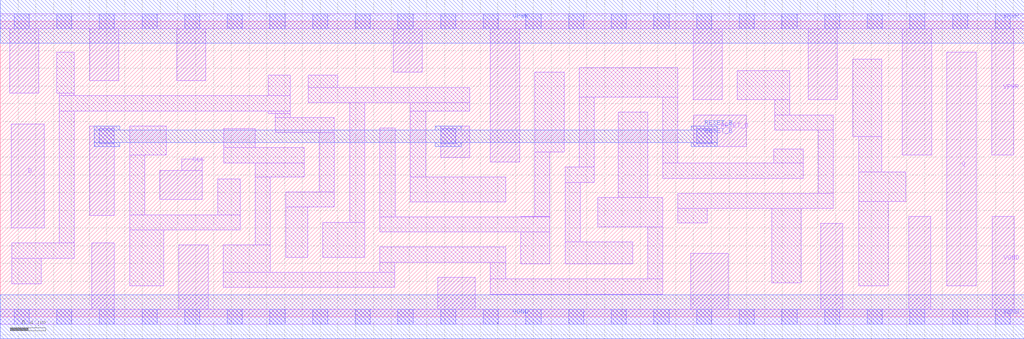
<source format=lef>
# Copyright 2020 The SkyWater PDK Authors
#
# Licensed under the Apache License, Version 2.0 (the "License");
# you may not use this file except in compliance with the License.
# You may obtain a copy of the License at
#
#     https://www.apache.org/licenses/LICENSE-2.0
#
# Unless required by applicable law or agreed to in writing, software
# distributed under the License is distributed on an "AS IS" BASIS,
# WITHOUT WARRANTIES OR CONDITIONS OF ANY KIND, either express or implied.
# See the License for the specific language governing permissions and
# limitations under the License.
#
# SPDX-License-Identifier: Apache-2.0

VERSION 5.7 ;
  NAMESCASESENSITIVE ON ;
  NOWIREEXTENSIONATPIN ON ;
  DIVIDERCHAR "/" ;
  BUSBITCHARS "[]" ;
UNITS
  DATABASE MICRONS 200 ;
END UNITS
MACRO sky130_fd_sc_hs__dfrtp_2
  CLASS CORE ;
  SOURCE USER ;
  FOREIGN sky130_fd_sc_hs__dfrtp_2 ;
  ORIGIN  0.000000  0.000000 ;
  SIZE  11.52000 BY  3.330000 ;
  SYMMETRY X Y R90 ;
  SITE unit ;
  PIN D
    ANTENNAGATEAREA  0.126000 ;
    DIRECTION INPUT ;
    USE SIGNAL ;
    PORT
      LAYER li1 ;
        RECT 0.125000 1.000000 0.495000 2.170000 ;
    END
  END D
  PIN Q
    ANTENNADIFFAREA  0.543200 ;
    DIRECTION OUTPUT ;
    USE SIGNAL ;
    PORT
      LAYER li1 ;
        RECT 10.650000 0.350000 10.980000 2.980000 ;
    END
  END Q
  PIN RESET_B
    ANTENNAGATEAREA  0.378000 ;
    DIRECTION INPUT ;
    USE SIGNAL ;
    PORT
      LAYER li1 ;
        RECT 1.005000 1.140000 1.285000 2.150000 ;
        RECT 4.955000 1.795000 5.285000 2.150000 ;
        RECT 7.805000 1.920000 8.395000 2.275000 ;
      LAYER mcon ;
        RECT 1.115000 1.950000 1.285000 2.120000 ;
        RECT 4.955000 1.950000 5.125000 2.120000 ;
        RECT 7.835000 1.950000 8.005000 2.120000 ;
      LAYER met1 ;
        RECT 1.055000 1.920000 1.345000 1.965000 ;
        RECT 1.055000 1.965000 8.065000 2.105000 ;
        RECT 1.055000 2.105000 1.345000 2.150000 ;
        RECT 4.895000 1.920000 5.185000 1.965000 ;
        RECT 4.895000 2.105000 5.185000 2.150000 ;
        RECT 7.775000 1.920000 8.065000 1.965000 ;
        RECT 7.775000 2.105000 8.065000 2.150000 ;
    END
  END RESET_B
  PIN CLK
    ANTENNAGATEAREA  0.279000 ;
    DIRECTION INPUT ;
    USE CLOCK ;
    PORT
      LAYER li1 ;
        RECT 1.795000 1.320000 2.275000 1.650000 ;
        RECT 2.045000 1.650000 2.275000 1.780000 ;
    END
  END CLK
  PIN VGND
    DIRECTION INOUT ;
    USE GROUND ;
    PORT
      LAYER li1 ;
        RECT  0.000000 -0.085000 11.520000 0.085000 ;
        RECT  1.030000  0.085000  1.280000 0.830000 ;
        RECT  2.010000  0.085000  2.340000 0.810000 ;
        RECT  4.920000  0.085000  5.345000 0.445000 ;
        RECT  7.770000  0.085000  8.190000 0.715000 ;
        RECT  9.230000  0.085000  9.480000 1.050000 ;
        RECT 10.220000  0.085000 10.470000 1.130000 ;
        RECT 11.160000  0.085000 11.410000 1.130000 ;
      LAYER mcon ;
        RECT  0.155000 -0.085000  0.325000 0.085000 ;
        RECT  0.635000 -0.085000  0.805000 0.085000 ;
        RECT  1.115000 -0.085000  1.285000 0.085000 ;
        RECT  1.595000 -0.085000  1.765000 0.085000 ;
        RECT  2.075000 -0.085000  2.245000 0.085000 ;
        RECT  2.555000 -0.085000  2.725000 0.085000 ;
        RECT  3.035000 -0.085000  3.205000 0.085000 ;
        RECT  3.515000 -0.085000  3.685000 0.085000 ;
        RECT  3.995000 -0.085000  4.165000 0.085000 ;
        RECT  4.475000 -0.085000  4.645000 0.085000 ;
        RECT  4.955000 -0.085000  5.125000 0.085000 ;
        RECT  5.435000 -0.085000  5.605000 0.085000 ;
        RECT  5.915000 -0.085000  6.085000 0.085000 ;
        RECT  6.395000 -0.085000  6.565000 0.085000 ;
        RECT  6.875000 -0.085000  7.045000 0.085000 ;
        RECT  7.355000 -0.085000  7.525000 0.085000 ;
        RECT  7.835000 -0.085000  8.005000 0.085000 ;
        RECT  8.315000 -0.085000  8.485000 0.085000 ;
        RECT  8.795000 -0.085000  8.965000 0.085000 ;
        RECT  9.275000 -0.085000  9.445000 0.085000 ;
        RECT  9.755000 -0.085000  9.925000 0.085000 ;
        RECT 10.235000 -0.085000 10.405000 0.085000 ;
        RECT 10.715000 -0.085000 10.885000 0.085000 ;
        RECT 11.195000 -0.085000 11.365000 0.085000 ;
      LAYER met1 ;
        RECT 0.000000 -0.245000 11.520000 0.245000 ;
    END
  END VGND
  PIN VPWR
    DIRECTION INOUT ;
    USE POWER ;
    PORT
      LAYER li1 ;
        RECT  0.000000 3.245000 11.520000 3.415000 ;
        RECT  0.105000 2.520000  0.435000 3.245000 ;
        RECT  1.005000 2.660000  1.335000 3.245000 ;
        RECT  1.985000 2.660000  2.315000 3.245000 ;
        RECT  4.420000 2.755000  4.750000 3.245000 ;
        RECT  5.515000 1.745000  5.845000 3.245000 ;
        RECT  7.795000 2.445000  8.125000 3.245000 ;
        RECT  9.090000 2.445000  9.420000 3.245000 ;
        RECT 10.150000 1.820000 10.480000 3.245000 ;
        RECT 11.155000 1.820000 11.405000 3.245000 ;
      LAYER mcon ;
        RECT  0.155000 3.245000  0.325000 3.415000 ;
        RECT  0.635000 3.245000  0.805000 3.415000 ;
        RECT  1.115000 3.245000  1.285000 3.415000 ;
        RECT  1.595000 3.245000  1.765000 3.415000 ;
        RECT  2.075000 3.245000  2.245000 3.415000 ;
        RECT  2.555000 3.245000  2.725000 3.415000 ;
        RECT  3.035000 3.245000  3.205000 3.415000 ;
        RECT  3.515000 3.245000  3.685000 3.415000 ;
        RECT  3.995000 3.245000  4.165000 3.415000 ;
        RECT  4.475000 3.245000  4.645000 3.415000 ;
        RECT  4.955000 3.245000  5.125000 3.415000 ;
        RECT  5.435000 3.245000  5.605000 3.415000 ;
        RECT  5.915000 3.245000  6.085000 3.415000 ;
        RECT  6.395000 3.245000  6.565000 3.415000 ;
        RECT  6.875000 3.245000  7.045000 3.415000 ;
        RECT  7.355000 3.245000  7.525000 3.415000 ;
        RECT  7.835000 3.245000  8.005000 3.415000 ;
        RECT  8.315000 3.245000  8.485000 3.415000 ;
        RECT  8.795000 3.245000  8.965000 3.415000 ;
        RECT  9.275000 3.245000  9.445000 3.415000 ;
        RECT  9.755000 3.245000  9.925000 3.415000 ;
        RECT 10.235000 3.245000 10.405000 3.415000 ;
        RECT 10.715000 3.245000 10.885000 3.415000 ;
        RECT 11.195000 3.245000 11.365000 3.415000 ;
      LAYER met1 ;
        RECT 0.000000 3.085000 11.520000 3.575000 ;
    END
  END VPWR
  OBS
    LAYER li1 ;
      RECT 0.130000 0.370000  0.460000 0.660000 ;
      RECT 0.130000 0.660000  0.835000 0.830000 ;
      RECT 0.635000 2.520000  0.835000 2.980000 ;
      RECT 0.665000 0.830000  0.835000 2.320000 ;
      RECT 0.665000 2.320000  3.265000 2.490000 ;
      RECT 0.665000 2.490000  0.835000 2.520000 ;
      RECT 1.455000 0.350000  1.840000 0.980000 ;
      RECT 1.455000 0.980000  2.700000 1.150000 ;
      RECT 1.455000 1.150000  1.625000 1.820000 ;
      RECT 1.455000 1.820000  1.865000 2.150000 ;
      RECT 2.445000 1.150000  2.700000 1.550000 ;
      RECT 2.510000 0.330000  4.440000 0.500000 ;
      RECT 2.510000 0.500000  3.040000 0.810000 ;
      RECT 2.515000 1.735000  3.420000 1.905000 ;
      RECT 2.515000 1.905000  2.870000 2.120000 ;
      RECT 2.870000 0.810000  3.040000 1.575000 ;
      RECT 2.870000 1.575000  3.420000 1.735000 ;
      RECT 3.015000 2.290000  3.265000 2.320000 ;
      RECT 3.015000 2.490000  3.265000 2.725000 ;
      RECT 3.095000 2.075000  3.760000 2.245000 ;
      RECT 3.095000 2.245000  3.265000 2.290000 ;
      RECT 3.210000 0.670000  3.460000 1.235000 ;
      RECT 3.210000 1.235000  3.760000 1.405000 ;
      RECT 3.465000 2.415000  5.285000 2.585000 ;
      RECT 3.465000 2.585000  3.795000 2.725000 ;
      RECT 3.590000 1.405000  3.760000 2.075000 ;
      RECT 3.630000 0.670000  4.100000 1.065000 ;
      RECT 3.930000 1.065000  4.100000 2.415000 ;
      RECT 4.270000 0.500000  4.440000 0.615000 ;
      RECT 4.270000 0.615000  5.685000 0.785000 ;
      RECT 4.270000 0.955000  6.185000 1.125000 ;
      RECT 4.270000 1.125000  4.445000 2.125000 ;
      RECT 4.615000 1.295000  5.685000 1.575000 ;
      RECT 4.615000 1.575000  4.785000 2.320000 ;
      RECT 4.615000 2.320000  5.285000 2.415000 ;
      RECT 5.515000 0.255000  7.455000 0.425000 ;
      RECT 5.515000 0.425000  5.685000 0.615000 ;
      RECT 5.855000 0.595000  6.185000 0.955000 ;
      RECT 5.855000 1.125000  6.185000 1.130000 ;
      RECT 6.015000 1.130000  6.185000 1.855000 ;
      RECT 6.015000 1.855000  6.345000 2.755000 ;
      RECT 6.355000 0.595000  7.115000 0.845000 ;
      RECT 6.355000 0.845000  6.525000 1.515000 ;
      RECT 6.355000 1.515000  6.685000 1.685000 ;
      RECT 6.515000 1.685000  6.685000 2.475000 ;
      RECT 6.515000 2.475000  7.625000 2.805000 ;
      RECT 6.725000 1.015000  7.455000 1.345000 ;
      RECT 6.955000 1.345000  7.285000 2.305000 ;
      RECT 7.285000 0.425000  7.455000 1.015000 ;
      RECT 7.455000 1.560000  9.035000 1.730000 ;
      RECT 7.455000 1.730000  7.625000 2.475000 ;
      RECT 7.625000 1.060000  7.955000 1.220000 ;
      RECT 7.625000 1.220000  9.375000 1.390000 ;
      RECT 8.295000 2.445000  8.885000 2.775000 ;
      RECT 8.680000 0.385000  9.010000 1.220000 ;
      RECT 8.705000 1.730000  9.035000 1.890000 ;
      RECT 8.715000 2.105000  9.375000 2.275000 ;
      RECT 8.715000 2.275000  8.885000 2.445000 ;
      RECT 9.205000 1.390000  9.375000 2.105000 ;
      RECT 9.590000 2.030000  9.920000 2.905000 ;
      RECT 9.660000 0.350000  9.990000 1.300000 ;
      RECT 9.660000 1.300000 10.190000 1.630000 ;
      RECT 9.660000 1.630000  9.920000 2.030000 ;
  END
END sky130_fd_sc_hs__dfrtp_2

</source>
